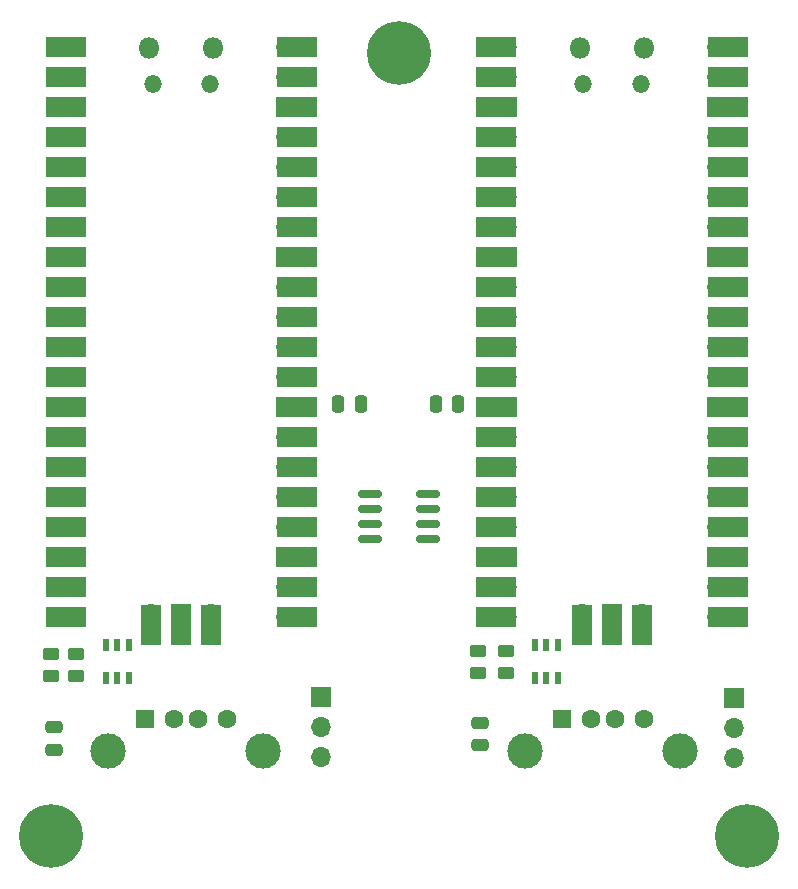
<source format=gbr>
%TF.GenerationSoftware,KiCad,Pcbnew,7.0.9*%
%TF.CreationDate,2024-09-14T16:33:58+02:00*%
%TF.ProjectId,DeskHop_Rev1,4465736b-486f-4705-9f52-6576312e6b69,rev?*%
%TF.SameCoordinates,Original*%
%TF.FileFunction,Soldermask,Top*%
%TF.FilePolarity,Negative*%
%FSLAX46Y46*%
G04 Gerber Fmt 4.6, Leading zero omitted, Abs format (unit mm)*
G04 Created by KiCad (PCBNEW 7.0.9) date 2024-09-14 16:33:58*
%MOMM*%
%LPD*%
G01*
G04 APERTURE LIST*
G04 Aperture macros list*
%AMRoundRect*
0 Rectangle with rounded corners*
0 $1 Rounding radius*
0 $2 $3 $4 $5 $6 $7 $8 $9 X,Y pos of 4 corners*
0 Add a 4 corners polygon primitive as box body*
4,1,4,$2,$3,$4,$5,$6,$7,$8,$9,$2,$3,0*
0 Add four circle primitives for the rounded corners*
1,1,$1+$1,$2,$3*
1,1,$1+$1,$4,$5*
1,1,$1+$1,$6,$7*
1,1,$1+$1,$8,$9*
0 Add four rect primitives between the rounded corners*
20,1,$1+$1,$2,$3,$4,$5,0*
20,1,$1+$1,$4,$5,$6,$7,0*
20,1,$1+$1,$6,$7,$8,$9,0*
20,1,$1+$1,$8,$9,$2,$3,0*%
G04 Aperture macros list end*
%ADD10O,1.800000X1.800000*%
%ADD11O,1.500000X1.500000*%
%ADD12O,1.700000X1.700000*%
%ADD13R,3.500000X1.700000*%
%ADD14R,1.700000X1.700000*%
%ADD15R,1.700000X3.500000*%
%ADD16RoundRect,0.250000X-0.250000X-0.475000X0.250000X-0.475000X0.250000X0.475000X-0.250000X0.475000X0*%
%ADD17R,1.600000X1.500000*%
%ADD18C,1.600000*%
%ADD19C,3.000000*%
%ADD20RoundRect,0.250000X-0.475000X0.250000X-0.475000X-0.250000X0.475000X-0.250000X0.475000X0.250000X0*%
%ADD21R,0.550013X1.000000*%
%ADD22C,3.100000*%
%ADD23C,5.400000*%
%ADD24RoundRect,0.250000X-0.450000X0.262500X-0.450000X-0.262500X0.450000X-0.262500X0.450000X0.262500X0*%
%ADD25RoundRect,0.150000X-0.825000X-0.150000X0.825000X-0.150000X0.825000X0.150000X-0.825000X0.150000X0*%
%ADD26RoundRect,0.250000X0.250000X0.475000X-0.250000X0.475000X-0.250000X-0.475000X0.250000X-0.475000X0*%
G04 APERTURE END LIST*
D10*
%TO.C,U1*%
X82619000Y-44834000D03*
D11*
X82919000Y-47864000D03*
X87769000Y-47864000D03*
D10*
X88069000Y-44834000D03*
D12*
X76454000Y-44704000D03*
D13*
X75554000Y-44704000D03*
D12*
X76454000Y-47244000D03*
D13*
X75554000Y-47244000D03*
D14*
X76454000Y-49784000D03*
D13*
X75554000Y-49784000D03*
D12*
X76454000Y-52324000D03*
D13*
X75554000Y-52324000D03*
D12*
X76454000Y-54864000D03*
D13*
X75554000Y-54864000D03*
D12*
X76454000Y-57404000D03*
D13*
X75554000Y-57404000D03*
D12*
X76454000Y-59944000D03*
D13*
X75554000Y-59944000D03*
D14*
X76454000Y-62484000D03*
D13*
X75554000Y-62484000D03*
D12*
X76454000Y-65024000D03*
D13*
X75554000Y-65024000D03*
D12*
X76454000Y-67564000D03*
D13*
X75554000Y-67564000D03*
D12*
X76454000Y-70104000D03*
D13*
X75554000Y-70104000D03*
D12*
X76454000Y-72644000D03*
D13*
X75554000Y-72644000D03*
D14*
X76454000Y-75184000D03*
D13*
X75554000Y-75184000D03*
D12*
X76454000Y-77724000D03*
D13*
X75554000Y-77724000D03*
D12*
X76454000Y-80264000D03*
D13*
X75554000Y-80264000D03*
D12*
X76454000Y-82804000D03*
D13*
X75554000Y-82804000D03*
D12*
X76454000Y-85344000D03*
D13*
X75554000Y-85344000D03*
D14*
X76454000Y-87884000D03*
D13*
X75554000Y-87884000D03*
D12*
X76454000Y-90424000D03*
D13*
X75554000Y-90424000D03*
D12*
X76454000Y-92964000D03*
D13*
X75554000Y-92964000D03*
D12*
X94234000Y-92964000D03*
D13*
X95134000Y-92964000D03*
D12*
X94234000Y-90424000D03*
D13*
X95134000Y-90424000D03*
D14*
X94234000Y-87884000D03*
D13*
X95134000Y-87884000D03*
D12*
X94234000Y-85344000D03*
D13*
X95134000Y-85344000D03*
D12*
X94234000Y-82804000D03*
D13*
X95134000Y-82804000D03*
D12*
X94234000Y-80264000D03*
D13*
X95134000Y-80264000D03*
D12*
X94234000Y-77724000D03*
D13*
X95134000Y-77724000D03*
D14*
X94234000Y-75184000D03*
D13*
X95134000Y-75184000D03*
D12*
X94234000Y-72644000D03*
D13*
X95134000Y-72644000D03*
D12*
X94234000Y-70104000D03*
D13*
X95134000Y-70104000D03*
D12*
X94234000Y-67564000D03*
D13*
X95134000Y-67564000D03*
D12*
X94234000Y-65024000D03*
D13*
X95134000Y-65024000D03*
D14*
X94234000Y-62484000D03*
D13*
X95134000Y-62484000D03*
D12*
X94234000Y-59944000D03*
D13*
X95134000Y-59944000D03*
D12*
X94234000Y-57404000D03*
D13*
X95134000Y-57404000D03*
D12*
X94234000Y-54864000D03*
D13*
X95134000Y-54864000D03*
D12*
X94234000Y-52324000D03*
D13*
X95134000Y-52324000D03*
D14*
X94234000Y-49784000D03*
D13*
X95134000Y-49784000D03*
D12*
X94234000Y-47244000D03*
D13*
X95134000Y-47244000D03*
D12*
X94234000Y-44704000D03*
D13*
X95134000Y-44704000D03*
D12*
X82804000Y-92734000D03*
D15*
X82804000Y-93634000D03*
D14*
X85344000Y-92734000D03*
D15*
X85344000Y-93634000D03*
D12*
X87884000Y-92734000D03*
D15*
X87884000Y-93634000D03*
%TD*%
D10*
%TO.C,U2*%
X46160523Y-44818249D03*
D11*
X46460523Y-47848249D03*
X51310523Y-47848249D03*
D10*
X51610523Y-44818249D03*
D12*
X39995523Y-44688249D03*
D13*
X39095523Y-44688249D03*
D12*
X39995523Y-47228249D03*
D13*
X39095523Y-47228249D03*
D14*
X39995523Y-49768249D03*
D13*
X39095523Y-49768249D03*
D12*
X39995523Y-52308249D03*
D13*
X39095523Y-52308249D03*
D12*
X39995523Y-54848249D03*
D13*
X39095523Y-54848249D03*
D12*
X39995523Y-57388249D03*
D13*
X39095523Y-57388249D03*
D12*
X39995523Y-59928249D03*
D13*
X39095523Y-59928249D03*
D14*
X39995523Y-62468249D03*
D13*
X39095523Y-62468249D03*
D12*
X39995523Y-65008249D03*
D13*
X39095523Y-65008249D03*
D12*
X39995523Y-67548249D03*
D13*
X39095523Y-67548249D03*
D12*
X39995523Y-70088249D03*
D13*
X39095523Y-70088249D03*
D12*
X39995523Y-72628249D03*
D13*
X39095523Y-72628249D03*
D14*
X39995523Y-75168249D03*
D13*
X39095523Y-75168249D03*
D12*
X39995523Y-77708249D03*
D13*
X39095523Y-77708249D03*
D12*
X39995523Y-80248249D03*
D13*
X39095523Y-80248249D03*
D12*
X39995523Y-82788249D03*
D13*
X39095523Y-82788249D03*
D12*
X39995523Y-85328249D03*
D13*
X39095523Y-85328249D03*
D14*
X39995523Y-87868249D03*
D13*
X39095523Y-87868249D03*
D12*
X39995523Y-90408249D03*
D13*
X39095523Y-90408249D03*
D12*
X39995523Y-92948249D03*
D13*
X39095523Y-92948249D03*
D12*
X57775523Y-92948249D03*
D13*
X58675523Y-92948249D03*
D12*
X57775523Y-90408249D03*
D13*
X58675523Y-90408249D03*
D14*
X57775523Y-87868249D03*
D13*
X58675523Y-87868249D03*
D12*
X57775523Y-85328249D03*
D13*
X58675523Y-85328249D03*
D12*
X57775523Y-82788249D03*
D13*
X58675523Y-82788249D03*
D12*
X57775523Y-80248249D03*
D13*
X58675523Y-80248249D03*
D12*
X57775523Y-77708249D03*
D13*
X58675523Y-77708249D03*
D14*
X57775523Y-75168249D03*
D13*
X58675523Y-75168249D03*
D12*
X57775523Y-72628249D03*
D13*
X58675523Y-72628249D03*
D12*
X57775523Y-70088249D03*
D13*
X58675523Y-70088249D03*
D12*
X57775523Y-67548249D03*
D13*
X58675523Y-67548249D03*
D12*
X57775523Y-65008249D03*
D13*
X58675523Y-65008249D03*
D14*
X57775523Y-62468249D03*
D13*
X58675523Y-62468249D03*
D12*
X57775523Y-59928249D03*
D13*
X58675523Y-59928249D03*
D12*
X57775523Y-57388249D03*
D13*
X58675523Y-57388249D03*
D12*
X57775523Y-54848249D03*
D13*
X58675523Y-54848249D03*
D12*
X57775523Y-52308249D03*
D13*
X58675523Y-52308249D03*
D14*
X57775523Y-49768249D03*
D13*
X58675523Y-49768249D03*
D12*
X57775523Y-47228249D03*
D13*
X58675523Y-47228249D03*
D12*
X57775523Y-44688249D03*
D13*
X58675523Y-44688249D03*
D12*
X46345523Y-92718249D03*
D15*
X46345523Y-93618249D03*
D14*
X48885523Y-92718249D03*
D15*
X48885523Y-93618249D03*
D12*
X51425523Y-92718249D03*
D15*
X51425523Y-93618249D03*
%TD*%
D16*
%TO.C,C2*%
X70424000Y-74930000D03*
X72324000Y-74930000D03*
%TD*%
D17*
%TO.C,J4*%
X45776000Y-101574000D03*
D18*
X48276000Y-101574000D03*
X50276000Y-101574000D03*
X52776000Y-101574000D03*
D19*
X42706000Y-104284000D03*
X55846000Y-104284000D03*
%TD*%
D14*
%TO.C,J3*%
X95667537Y-99795757D03*
D12*
X95667537Y-102335757D03*
X95667537Y-104875757D03*
%TD*%
D20*
%TO.C,C4*%
X74168000Y-101920000D03*
X74168000Y-103820000D03*
%TD*%
D21*
%TO.C,U3*%
X80756396Y-95359949D03*
X79806434Y-95359949D03*
X78856472Y-95359949D03*
X78856472Y-98160051D03*
X79806434Y-98160051D03*
X80756396Y-98160051D03*
%TD*%
D22*
%TO.C,H2*%
X96774000Y-111506000D03*
D23*
X96774000Y-111506000D03*
%TD*%
D24*
%TO.C,R3*%
X37846000Y-96115500D03*
X37846000Y-97940500D03*
%TD*%
%TO.C,R2*%
X76403200Y-95861500D03*
X76403200Y-97686500D03*
%TD*%
D17*
%TO.C,J1*%
X81082000Y-101574000D03*
D18*
X83582000Y-101574000D03*
X85582000Y-101574000D03*
X88082000Y-101574000D03*
D19*
X78012000Y-104284000D03*
X91152000Y-104284000D03*
%TD*%
D21*
%TO.C,U5*%
X44419860Y-95369949D03*
X43469898Y-95369949D03*
X42519936Y-95369949D03*
X42519936Y-98170051D03*
X43469898Y-98170051D03*
X44419860Y-98170051D03*
%TD*%
D24*
%TO.C,R1*%
X74015600Y-95861500D03*
X74015600Y-97686500D03*
%TD*%
D22*
%TO.C,H1*%
X37846000Y-111506000D03*
D23*
X37846000Y-111506000D03*
%TD*%
D25*
%TO.C,U4*%
X64835000Y-82571110D03*
X64835000Y-83841110D03*
X64835000Y-85111110D03*
X64835000Y-86381110D03*
X69785000Y-86381110D03*
X69785000Y-85111110D03*
X69785000Y-83841110D03*
X69785000Y-82571110D03*
%TD*%
D24*
%TO.C,R4*%
X40005000Y-96115500D03*
X40005000Y-97940500D03*
%TD*%
D20*
%TO.C,C3*%
X38100000Y-102301000D03*
X38100000Y-104201000D03*
%TD*%
D14*
%TO.C,J2*%
X60731042Y-99717876D03*
D12*
X60731042Y-102257876D03*
X60731042Y-104797876D03*
%TD*%
D26*
%TO.C,C1*%
X64069000Y-74930000D03*
X62169000Y-74930000D03*
%TD*%
D22*
%TO.C,H3*%
X67315520Y-45178990D03*
D23*
X67315520Y-45178990D03*
%TD*%
M02*

</source>
